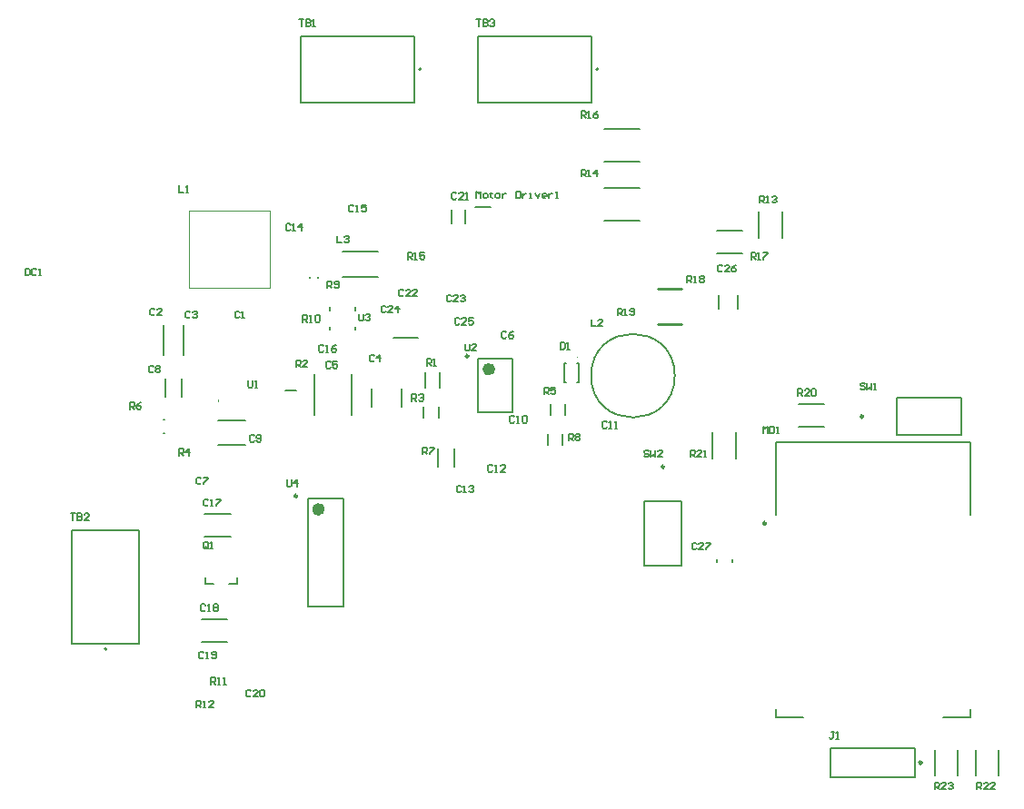
<source format=gbr>
G04*
G04 #@! TF.GenerationSoftware,Altium Limited,Altium Designer,24.9.1 (31)*
G04*
G04 Layer_Color=65535*
%FSLAX44Y44*%
%MOMM*%
G71*
G04*
G04 #@! TF.SameCoordinates,0288D2A1-9ADD-411E-8E8B-FA1067C2B916*
G04*
G04*
G04 #@! TF.FilePolarity,Positive*
G04*
G01*
G75*
%ADD10C,0.2000*%
%ADD11C,0.2500*%
%ADD12C,0.6000*%
%ADD13C,0.1000*%
%ADD14C,0.1270*%
%ADD15C,0.2540*%
D10*
X846500Y1169670D02*
G03*
X846500Y1169670I-1000J0D01*
G01*
X1011600D02*
G03*
X1011600Y1169670I-1000J0D01*
G01*
X1082940Y883920D02*
G03*
X1082940Y883920I-39000J0D01*
G01*
X553450Y628970D02*
G03*
X553450Y628970I-1000J0D01*
G01*
X657640Y859770D02*
G03*
X657640Y860770I0J500D01*
G01*
D02*
G03*
X657640Y859770I0J-500D01*
G01*
D02*
G03*
X657640Y860770I0J500D01*
G01*
X1177370Y754510D02*
Y821660D01*
Y565660D02*
Y572910D01*
X1333270Y565660D02*
X1358370D01*
X1177370D02*
X1202470D01*
X1358370Y754510D02*
Y821660D01*
Y565660D02*
Y572910D01*
X1177370Y821660D02*
X1358370D01*
X1307060Y509540D02*
Y536940D01*
X1227860D02*
X1307060D01*
X1227860Y509540D02*
Y536940D01*
Y509540D02*
X1307060D01*
X875067Y1026196D02*
Y1038823D01*
X887694Y1026196D02*
Y1038823D01*
X896870Y1041100D02*
X911620D01*
X899670Y850030D02*
Y900030D01*
X931670Y850030D02*
Y900030D01*
X899670D02*
X931670D01*
X899670Y850030D02*
X931670D01*
X981090Y846920D02*
Y857420D01*
X967090Y846920D02*
Y857420D01*
X979790Y877460D02*
X981790D01*
X979790Y895460D02*
X981790D01*
X991790Y877460D02*
X993790D01*
X991790Y895460D02*
X993790D01*
X979790Y877460D02*
Y895460D01*
X993790Y877460D02*
Y895460D01*
X1161460Y1012830D02*
Y1036950D01*
X1182960Y1012830D02*
Y1036950D01*
X1141840Y946250D02*
Y958750D01*
X1123840Y946250D02*
Y958750D01*
X1017280Y1083300D02*
X1050280D01*
X1017280Y1113800D02*
X1050280D01*
X1017280Y1028690D02*
X1050280D01*
X1017280Y1059190D02*
X1050280D01*
X1136280Y709790D02*
Y712290D01*
X1121780Y709790D02*
Y712290D01*
X1325290Y511180D02*
Y535300D01*
X1346790Y511180D02*
Y535300D01*
X1363390Y511180D02*
Y535300D01*
X1384890Y511180D02*
Y535300D01*
X1198250Y857840D02*
X1222370D01*
X1198250Y836340D02*
X1222370D01*
X1118280Y807090D02*
Y831210D01*
X1139780Y807090D02*
Y831210D01*
X1122050Y997630D02*
X1146170D01*
X1122050Y1019130D02*
X1146170D01*
X1289530Y863320D02*
X1349530D01*
X1289530Y828320D02*
Y863320D01*
X1349530Y828320D02*
Y863320D01*
X1289530Y828320D02*
X1349530D01*
X750760Y974860D02*
Y975860D01*
X742760Y974860D02*
Y975860D01*
X773409Y999841D02*
X806471D01*
X773409Y976279D02*
X806471D01*
X761430Y926760D02*
Y929460D01*
Y945060D02*
Y947760D01*
X785430Y926760D02*
Y929460D01*
Y945060D02*
Y947760D01*
X641990Y657180D02*
X666110D01*
X641990Y635680D02*
X666110D01*
X667700Y689460D02*
X675000D01*
Y695960D01*
X645800Y689460D02*
X653100D01*
X645800D02*
Y695960D01*
X623450Y863990D02*
Y880990D01*
X608450Y863990D02*
Y880990D01*
X606334Y830680D02*
X607786D01*
X606334Y843180D02*
X607786D01*
X644878Y754970D02*
X668998D01*
X644878Y733470D02*
X668998D01*
X657667Y819330D02*
X682729D01*
X657667Y841830D02*
X682729D01*
X719920Y869950D02*
X730420D01*
X740860Y668320D02*
Y769320D01*
X773860Y668320D02*
Y769320D01*
X740860D02*
X773860D01*
X740860Y668320D02*
X773860D01*
X862588Y799358D02*
Y816082D01*
X877312Y799358D02*
Y816082D01*
X964550Y818980D02*
Y829480D01*
X978550Y818980D02*
Y829480D01*
X1054380Y706600D02*
Y766600D01*
Y706600D02*
X1089380D01*
X1054380Y766600D02*
X1089380D01*
Y706600D02*
Y766600D01*
X747040Y847120D02*
Y885161D01*
X782040Y847120D02*
Y885161D01*
X828101Y855121D02*
Y872079D01*
X800039Y855121D02*
Y872079D01*
X864113Y872748D02*
Y887472D01*
X850387Y872748D02*
Y887472D01*
X862980Y844380D02*
Y854880D01*
X848980Y844380D02*
Y854880D01*
X606889Y903381D02*
Y931502D01*
X625011Y903381D02*
Y931502D01*
X820350Y919480D02*
X843350D01*
D11*
X1167870Y746260D02*
G03*
X1167870Y746260I-1250J0D01*
G01*
X1313210Y523240D02*
G03*
X1313210Y523240I-1250J0D01*
G01*
X890670Y902330D02*
G03*
X890670Y902330I-1250J0D01*
G01*
X1258330Y845820D02*
G03*
X1258330Y845820I-1250J0D01*
G01*
X731110Y771770D02*
G03*
X731110Y771770I-1250J0D01*
G01*
X1073130Y799050D02*
G03*
X1073130Y799050I-1250J0D01*
G01*
D12*
X912670Y890030D02*
G03*
X912670Y890030I-3000J0D01*
G01*
X753860Y759320D02*
G03*
X753860Y759320I-3000J0D01*
G01*
D13*
X992290Y901210D02*
G03*
X992290Y901210I-500J0D01*
G01*
X785930Y951760D02*
G03*
X785930Y951760I-500J0D01*
G01*
X630520Y1038030D02*
X705520D01*
Y966030D02*
Y1038030D01*
X630520Y966030D02*
X705520D01*
X630520D02*
Y1038030D01*
D14*
X840500Y1138670D02*
Y1200670D01*
X734300Y1138670D02*
X840500D01*
X734300D02*
Y1200670D01*
X840500D01*
X1005600Y1138670D02*
Y1200670D01*
X899400Y1138670D02*
X1005600D01*
X899400D02*
Y1200670D01*
X1005600D01*
X521450Y633970D02*
X583450D01*
X521450D02*
Y740170D01*
X583450D01*
Y633970D02*
Y740170D01*
X477520Y983740D02*
Y977392D01*
X480694D01*
X481752Y978450D01*
Y982682D01*
X480694Y983740D01*
X477520D01*
X488100Y982682D02*
X487042Y983740D01*
X484926D01*
X483868Y982682D01*
Y978450D01*
X484926Y977392D01*
X487042D01*
X488100Y978450D01*
X490216Y977392D02*
X492332D01*
X491274D01*
Y983740D01*
X490216Y982682D01*
X685378Y879474D02*
Y874184D01*
X686436Y873126D01*
X688552D01*
X689610Y874184D01*
Y879474D01*
X691726Y873126D02*
X693842D01*
X692784D01*
Y879474D01*
X691726Y878416D01*
X721360Y786890D02*
Y781600D01*
X722418Y780542D01*
X724534D01*
X725592Y781600D01*
Y786890D01*
X730882Y780542D02*
Y786890D01*
X727708Y783716D01*
X731940D01*
X788460Y941704D02*
Y936414D01*
X789518Y935356D01*
X791634D01*
X792692Y936414D01*
Y941704D01*
X794808Y940646D02*
X795866Y941704D01*
X797982D01*
X799040Y940646D01*
Y939588D01*
X797982Y938530D01*
X796924D01*
X797982D01*
X799040Y937472D01*
Y936414D01*
X797982Y935356D01*
X795866D01*
X794808Y936414D01*
X887520Y913764D02*
Y908474D01*
X888578Y907416D01*
X890694D01*
X891752Y908474D01*
Y913764D01*
X898100Y907416D02*
X893868D01*
X898100Y911648D01*
Y912706D01*
X897042Y913764D01*
X894926D01*
X893868Y912706D01*
X519938Y755648D02*
X524170D01*
X522054D01*
Y749300D01*
X526286Y755648D02*
Y749300D01*
X529460D01*
X530518Y750358D01*
Y751416D01*
X529460Y752474D01*
X526286D01*
X529460D01*
X530518Y753532D01*
Y754590D01*
X529460Y755648D01*
X526286D01*
X536866Y749300D02*
X532634D01*
X536866Y753532D01*
Y754590D01*
X535808Y755648D01*
X533692D01*
X532634Y754590D01*
X732790Y1216150D02*
X737022D01*
X734906D01*
Y1209802D01*
X739138Y1216150D02*
Y1209802D01*
X742312D01*
X743370Y1210860D01*
Y1211918D01*
X742312Y1212976D01*
X739138D01*
X742312D01*
X743370Y1214034D01*
Y1215092D01*
X742312Y1216150D01*
X739138D01*
X745486Y1209802D02*
X747602D01*
X746544D01*
Y1216150D01*
X745486Y1215092D01*
X1058586Y813264D02*
X1057528Y814322D01*
X1055412D01*
X1054354Y813264D01*
Y812206D01*
X1055412Y811148D01*
X1057528D01*
X1058586Y810090D01*
Y809032D01*
X1057528Y807974D01*
X1055412D01*
X1054354Y809032D01*
X1060702Y814322D02*
Y807974D01*
X1062818Y810090D01*
X1064934Y807974D01*
Y814322D01*
X1071282Y807974D02*
X1067050D01*
X1071282Y812206D01*
Y813264D01*
X1070224Y814322D01*
X1068108D01*
X1067050Y813264D01*
X1260008Y876256D02*
X1258950Y877314D01*
X1256834D01*
X1255776Y876256D01*
Y875198D01*
X1256834Y874140D01*
X1258950D01*
X1260008Y873082D01*
Y872024D01*
X1258950Y870966D01*
X1256834D01*
X1255776Y872024D01*
X1262124Y877314D02*
Y870966D01*
X1264240Y873082D01*
X1266356Y870966D01*
Y877314D01*
X1268472Y870966D02*
X1270588D01*
X1269530D01*
Y877314D01*
X1268472Y876256D01*
X834075Y992506D02*
Y998854D01*
X837249D01*
X838307Y997796D01*
Y995680D01*
X837249Y994622D01*
X834075D01*
X836191D02*
X838307Y992506D01*
X840423D02*
X842539D01*
X841481D01*
Y998854D01*
X840423Y997796D01*
X849945Y998854D02*
X845713D01*
Y995680D01*
X847829Y996738D01*
X848887D01*
X849945Y995680D01*
Y993564D01*
X848887Y992506D01*
X846771D01*
X845713Y993564D01*
X1161796Y1045210D02*
Y1051558D01*
X1164970D01*
X1166028Y1050500D01*
Y1048384D01*
X1164970Y1047326D01*
X1161796D01*
X1163912D02*
X1166028Y1045210D01*
X1168144D02*
X1170260D01*
X1169202D01*
Y1051558D01*
X1168144Y1050500D01*
X1173434D02*
X1174492Y1051558D01*
X1176608D01*
X1177666Y1050500D01*
Y1049442D01*
X1176608Y1048384D01*
X1175550D01*
X1176608D01*
X1177666Y1047326D01*
Y1046268D01*
X1176608Y1045210D01*
X1174492D01*
X1173434Y1046268D01*
X1154115Y992506D02*
Y998854D01*
X1157289D01*
X1158347Y997796D01*
Y995680D01*
X1157289Y994622D01*
X1154115D01*
X1156231D02*
X1158347Y992506D01*
X1160463D02*
X1162579D01*
X1161521D01*
Y998854D01*
X1160463Y997796D01*
X1165753Y998854D02*
X1169985D01*
Y997796D01*
X1165753Y993564D01*
Y992506D01*
X1325036Y498476D02*
Y504824D01*
X1328210D01*
X1329268Y503766D01*
Y501650D01*
X1328210Y500592D01*
X1325036D01*
X1327152D02*
X1329268Y498476D01*
X1335616D02*
X1331384D01*
X1335616Y502708D01*
Y503766D01*
X1334558Y504824D01*
X1332442D01*
X1331384Y503766D01*
X1337732D02*
X1338790Y504824D01*
X1340906D01*
X1341964Y503766D01*
Y502708D01*
X1340906Y501650D01*
X1339848D01*
X1340906D01*
X1341964Y500592D01*
Y499534D01*
X1340906Y498476D01*
X1338790D01*
X1337732Y499534D01*
X1364406Y498476D02*
Y504824D01*
X1367580D01*
X1368638Y503766D01*
Y501650D01*
X1367580Y500592D01*
X1364406D01*
X1366522D02*
X1368638Y498476D01*
X1374986D02*
X1370754D01*
X1374986Y502708D01*
Y503766D01*
X1373928Y504824D01*
X1371812D01*
X1370754Y503766D01*
X1381334Y498476D02*
X1377102D01*
X1381334Y502708D01*
Y503766D01*
X1380276Y504824D01*
X1378160D01*
X1377102Y503766D01*
X1097494Y808356D02*
Y814704D01*
X1100668D01*
X1101726Y813646D01*
Y811530D01*
X1100668Y810472D01*
X1097494D01*
X1099610D02*
X1101726Y808356D01*
X1108074D02*
X1103842D01*
X1108074Y812588D01*
Y813646D01*
X1107016Y814704D01*
X1104900D01*
X1103842Y813646D01*
X1110190Y808356D02*
X1112306D01*
X1111248D01*
Y814704D01*
X1110190Y813646D01*
X1197610Y865124D02*
Y871472D01*
X1200784D01*
X1201842Y870414D01*
Y868298D01*
X1200784Y867240D01*
X1197610D01*
X1199726D02*
X1201842Y865124D01*
X1208190D02*
X1203958D01*
X1208190Y869356D01*
Y870414D01*
X1207132Y871472D01*
X1205016D01*
X1203958Y870414D01*
X1210306D02*
X1211364Y871472D01*
X1213480D01*
X1214538Y870414D01*
Y866182D01*
X1213480Y865124D01*
X1211364D01*
X1210306Y866182D01*
Y870414D01*
X995680Y1124204D02*
Y1130552D01*
X998854D01*
X999912Y1129494D01*
Y1127378D01*
X998854Y1126320D01*
X995680D01*
X997796D02*
X999912Y1124204D01*
X1002028D02*
X1004144D01*
X1003086D01*
Y1130552D01*
X1002028Y1129494D01*
X1011550Y1130552D02*
X1009434Y1129494D01*
X1007318Y1127378D01*
Y1125262D01*
X1008376Y1124204D01*
X1010492D01*
X1011550Y1125262D01*
Y1126320D01*
X1010492Y1127378D01*
X1007318D01*
X995680Y1069594D02*
Y1075942D01*
X998854D01*
X999912Y1074884D01*
Y1072768D01*
X998854Y1071710D01*
X995680D01*
X997796D02*
X999912Y1069594D01*
X1002028D02*
X1004144D01*
X1003086D01*
Y1075942D01*
X1002028Y1074884D01*
X1010492Y1069594D02*
Y1075942D01*
X1007318Y1072768D01*
X1011550D01*
X637286Y574548D02*
Y580896D01*
X640460D01*
X641518Y579838D01*
Y577722D01*
X640460Y576664D01*
X637286D01*
X639402D02*
X641518Y574548D01*
X643634D02*
X645750D01*
X644692D01*
Y580896D01*
X643634Y579838D01*
X653156Y574548D02*
X648924D01*
X653156Y578780D01*
Y579838D01*
X652098Y580896D01*
X649982D01*
X648924Y579838D01*
X650983Y596266D02*
Y602614D01*
X654157D01*
X655215Y601556D01*
Y599440D01*
X654157Y598382D01*
X650983D01*
X653099D02*
X655215Y596266D01*
X657331D02*
X659447D01*
X658389D01*
Y602614D01*
X657331Y601556D01*
X662621Y596266D02*
X664737D01*
X663679D01*
Y602614D01*
X662621Y601556D01*
X736285Y934086D02*
Y940434D01*
X739459D01*
X740517Y939376D01*
Y937260D01*
X739459Y936202D01*
X736285D01*
X738401D02*
X740517Y934086D01*
X742633D02*
X744749D01*
X743691D01*
Y940434D01*
X742633Y939376D01*
X747923D02*
X748981Y940434D01*
X751097D01*
X752155Y939376D01*
Y935144D01*
X751097Y934086D01*
X748981D01*
X747923Y935144D01*
Y939376D01*
X759250Y965836D02*
Y972184D01*
X762424D01*
X763482Y971126D01*
Y969010D01*
X762424Y967952D01*
X759250D01*
X761366D02*
X763482Y965836D01*
X765598Y966894D02*
X766656Y965836D01*
X768772D01*
X769830Y966894D01*
Y971126D01*
X768772Y972184D01*
X766656D01*
X765598Y971126D01*
Y970068D01*
X766656Y969010D01*
X769830D01*
X984040Y823596D02*
Y829944D01*
X987214D01*
X988272Y828886D01*
Y826770D01*
X987214Y825712D01*
X984040D01*
X986156D02*
X988272Y823596D01*
X990388Y828886D02*
X991446Y829944D01*
X993562D01*
X994620Y828886D01*
Y827828D01*
X993562Y826770D01*
X994620Y825712D01*
Y824654D01*
X993562Y823596D01*
X991446D01*
X990388Y824654D01*
Y825712D01*
X991446Y826770D01*
X990388Y827828D01*
Y828886D01*
X991446Y826770D02*
X993562D01*
X848150Y810896D02*
Y817244D01*
X851324D01*
X852382Y816186D01*
Y814070D01*
X851324Y813012D01*
X848150D01*
X850266D02*
X852382Y810896D01*
X854498Y817244D02*
X858730D01*
Y816186D01*
X854498Y811954D01*
Y810896D01*
X575100Y852806D02*
Y859154D01*
X578274D01*
X579332Y858096D01*
Y855980D01*
X578274Y854922D01*
X575100D01*
X577216D02*
X579332Y852806D01*
X585680Y859154D02*
X583564Y858096D01*
X581448Y855980D01*
Y853864D01*
X582506Y852806D01*
X584622D01*
X585680Y853864D01*
Y854922D01*
X584622Y855980D01*
X581448D01*
X961180Y866776D02*
Y873124D01*
X964354D01*
X965412Y872066D01*
Y869950D01*
X964354Y868892D01*
X961180D01*
X963296D02*
X965412Y866776D01*
X971760Y873124D02*
X967528D01*
Y869950D01*
X969644Y871008D01*
X970702D01*
X971760Y869950D01*
Y867834D01*
X970702Y866776D01*
X968586D01*
X967528Y867834D01*
X620820Y809626D02*
Y815974D01*
X623994D01*
X625052Y814916D01*
Y812800D01*
X623994Y811742D01*
X620820D01*
X622936D02*
X625052Y809626D01*
X630342D02*
Y815974D01*
X627168Y812800D01*
X631400D01*
X837990Y860426D02*
Y866774D01*
X841164D01*
X842222Y865716D01*
Y863600D01*
X841164Y862542D01*
X837990D01*
X840106D02*
X842222Y860426D01*
X844338Y865716D02*
X845396Y866774D01*
X847512D01*
X848570Y865716D01*
Y864658D01*
X847512Y863600D01*
X846454D01*
X847512D01*
X848570Y862542D01*
Y861484D01*
X847512Y860426D01*
X845396D01*
X844338Y861484D01*
X730040Y892176D02*
Y898524D01*
X733214D01*
X734272Y897466D01*
Y895350D01*
X733214Y894292D01*
X730040D01*
X732156D02*
X734272Y892176D01*
X740620D02*
X736388D01*
X740620Y896408D01*
Y897466D01*
X739562Y898524D01*
X737446D01*
X736388Y897466D01*
X851748Y893446D02*
Y899794D01*
X854922D01*
X855980Y898736D01*
Y896620D01*
X854922Y895562D01*
X851748D01*
X853864D02*
X855980Y893446D01*
X858096D02*
X860212D01*
X859154D01*
Y899794D01*
X858096Y898736D01*
X647868Y723688D02*
Y727920D01*
X646810Y728978D01*
X644694D01*
X643636Y727920D01*
Y723688D01*
X644694Y722630D01*
X646810D01*
X645752Y724746D02*
X647868Y722630D01*
X646810D02*
X647868Y723688D01*
X649984Y722630D02*
X652100D01*
X651042D01*
Y728978D01*
X649984Y727920D01*
X897902Y1049656D02*
Y1056004D01*
X900018Y1053888D01*
X902134Y1056004D01*
Y1049656D01*
X905308D02*
X907424D01*
X908482Y1050714D01*
Y1052830D01*
X907424Y1053888D01*
X905308D01*
X904250Y1052830D01*
Y1050714D01*
X905308Y1049656D01*
X911656Y1054946D02*
Y1053888D01*
X910598D01*
X912714D01*
X911656D01*
Y1050714D01*
X912714Y1049656D01*
X916946D02*
X919062D01*
X920120Y1050714D01*
Y1052830D01*
X919062Y1053888D01*
X916946D01*
X915888Y1052830D01*
Y1050714D01*
X916946Y1049656D01*
X922236Y1053888D02*
Y1049656D01*
Y1051772D01*
X923294Y1052830D01*
X924352Y1053888D01*
X925410D01*
X934932Y1056004D02*
Y1049656D01*
X938106D01*
X939164Y1050714D01*
Y1054946D01*
X938106Y1056004D01*
X934932D01*
X941280Y1053888D02*
Y1049656D01*
Y1051772D01*
X942338Y1052830D01*
X943396Y1053888D01*
X944454D01*
X947628Y1049656D02*
X949744D01*
X948686D01*
Y1053888D01*
X947628D01*
X952918D02*
X955034Y1049656D01*
X957150Y1053888D01*
X962440Y1049656D02*
X960324D01*
X959266Y1050714D01*
Y1052830D01*
X960324Y1053888D01*
X962440D01*
X963498Y1052830D01*
Y1051772D01*
X959266D01*
X965614Y1053888D02*
Y1049656D01*
Y1051772D01*
X966672Y1052830D01*
X967730Y1053888D01*
X968788D01*
X971962Y1049656D02*
X974078D01*
X973020D01*
Y1056004D01*
X971962Y1054946D01*
X897890Y1216150D02*
X902122D01*
X900006D01*
Y1209802D01*
X904238Y1216150D02*
Y1209802D01*
X907412D01*
X908470Y1210860D01*
Y1211918D01*
X907412Y1212976D01*
X904238D01*
X907412D01*
X908470Y1214034D01*
Y1215092D01*
X907412Y1216150D01*
X904238D01*
X910586Y1215092D02*
X911644Y1216150D01*
X913760D01*
X914818Y1215092D01*
Y1214034D01*
X913760Y1212976D01*
X912702D01*
X913760D01*
X914818Y1211918D01*
Y1210860D01*
X913760Y1209802D01*
X911644D01*
X910586Y1210860D01*
X1165352Y830072D02*
Y836420D01*
X1167468Y834304D01*
X1169584Y836420D01*
Y830072D01*
X1171700Y836420D02*
Y830072D01*
X1174874D01*
X1175932Y831130D01*
Y835362D01*
X1174874Y836420D01*
X1171700D01*
X1178048Y830072D02*
X1180164D01*
X1179106D01*
Y836420D01*
X1178048Y835362D01*
X768604Y1014474D02*
Y1008126D01*
X772836D01*
X774952Y1013416D02*
X776010Y1014474D01*
X778126D01*
X779184Y1013416D01*
Y1012358D01*
X778126Y1011300D01*
X777068D01*
X778126D01*
X779184Y1010242D01*
Y1009184D01*
X778126Y1008126D01*
X776010D01*
X774952Y1009184D01*
X1005332Y936496D02*
Y930148D01*
X1009564D01*
X1015912D02*
X1011680D01*
X1015912Y934380D01*
Y935438D01*
X1014854Y936496D01*
X1012738D01*
X1011680Y935438D01*
X621284Y1061210D02*
Y1054862D01*
X625516D01*
X627632D02*
X629748D01*
X628690D01*
Y1061210D01*
X627632Y1060152D01*
X1231306Y551686D02*
X1229190D01*
X1230248D01*
Y546396D01*
X1229190Y545338D01*
X1228132D01*
X1227074Y546396D01*
X1233422Y545338D02*
X1235538D01*
X1234480D01*
Y551686D01*
X1233422Y550628D01*
X976208Y915034D02*
Y908686D01*
X979382D01*
X980440Y909744D01*
Y913976D01*
X979382Y915034D01*
X976208D01*
X982556Y908686D02*
X984672D01*
X983614D01*
Y915034D01*
X982556Y913976D01*
X813648Y948266D02*
X812590Y949324D01*
X810474D01*
X809416Y948266D01*
Y944034D01*
X810474Y942976D01*
X812590D01*
X813648Y944034D01*
X819996Y942976D02*
X815764D01*
X819996Y947208D01*
Y948266D01*
X818938Y949324D01*
X816822D01*
X815764Y948266D01*
X825286Y942976D02*
Y949324D01*
X822112Y946150D01*
X826344D01*
X882228Y936836D02*
X881170Y937894D01*
X879054D01*
X877996Y936836D01*
Y932604D01*
X879054Y931546D01*
X881170D01*
X882228Y932604D01*
X888576Y931546D02*
X884344D01*
X888576Y935778D01*
Y936836D01*
X887518Y937894D01*
X885402D01*
X884344Y936836D01*
X894924Y937894D02*
X890692D01*
Y934720D01*
X892808Y935778D01*
X893866D01*
X894924Y934720D01*
Y932604D01*
X893866Y931546D01*
X891750D01*
X890692Y932604D01*
X874608Y958426D02*
X873550Y959484D01*
X871434D01*
X870376Y958426D01*
Y954194D01*
X871434Y953136D01*
X873550D01*
X874608Y954194D01*
X880956Y953136D02*
X876724D01*
X880956Y957368D01*
Y958426D01*
X879898Y959484D01*
X877782D01*
X876724Y958426D01*
X883072D02*
X884130Y959484D01*
X886246D01*
X887304Y958426D01*
Y957368D01*
X886246Y956310D01*
X885188D01*
X886246D01*
X887304Y955252D01*
Y954194D01*
X886246Y953136D01*
X884130D01*
X883072Y954194D01*
X830158Y963506D02*
X829100Y964564D01*
X826984D01*
X825926Y963506D01*
Y959274D01*
X826984Y958216D01*
X829100D01*
X830158Y959274D01*
X836506Y958216D02*
X832274D01*
X836506Y962448D01*
Y963506D01*
X835448Y964564D01*
X833332D01*
X832274Y963506D01*
X842854Y958216D02*
X838622D01*
X842854Y962448D01*
Y963506D01*
X841796Y964564D01*
X839680D01*
X838622Y963506D01*
X879476Y1053676D02*
X878418Y1054734D01*
X876302D01*
X875244Y1053676D01*
Y1049444D01*
X876302Y1048386D01*
X878418D01*
X879476Y1049444D01*
X885824Y1048386D02*
X881592D01*
X885824Y1052618D01*
Y1053676D01*
X884766Y1054734D01*
X882650D01*
X881592Y1053676D01*
X887940Y1048386D02*
X890056D01*
X888998D01*
Y1054734D01*
X887940Y1053676D01*
X1127420Y986238D02*
X1126362Y987296D01*
X1124246D01*
X1123188Y986238D01*
Y982006D01*
X1124246Y980948D01*
X1126362D01*
X1127420Y982006D01*
X1133768Y980948D02*
X1129536D01*
X1133768Y985180D01*
Y986238D01*
X1132710Y987296D01*
X1130594D01*
X1129536Y986238D01*
X1140116Y987296D02*
X1138000Y986238D01*
X1135884Y984122D01*
Y982006D01*
X1136942Y980948D01*
X1139058D01*
X1140116Y982006D01*
Y983064D01*
X1139058Y984122D01*
X1135884D01*
X1103208Y727126D02*
X1102150Y728184D01*
X1100034D01*
X1098976Y727126D01*
Y722894D01*
X1100034Y721836D01*
X1102150D01*
X1103208Y722894D01*
X1109556Y721836D02*
X1105324D01*
X1109556Y726068D01*
Y727126D01*
X1108498Y728184D01*
X1106382D01*
X1105324Y727126D01*
X1111672Y728184D02*
X1115904D01*
Y727126D01*
X1111672Y722894D01*
Y721836D01*
X687918Y590126D02*
X686860Y591184D01*
X684744D01*
X683686Y590126D01*
Y585894D01*
X684744Y584836D01*
X686860D01*
X687918Y585894D01*
X694266Y584836D02*
X690034D01*
X694266Y589068D01*
Y590126D01*
X693208Y591184D01*
X691092D01*
X690034Y590126D01*
X696382D02*
X697440Y591184D01*
X699556D01*
X700614Y590126D01*
Y585894D01*
X699556Y584836D01*
X697440D01*
X696382Y585894D01*
Y590126D01*
X643997Y625686D02*
X642939Y626744D01*
X640823D01*
X639765Y625686D01*
Y621454D01*
X640823Y620396D01*
X642939D01*
X643997Y621454D01*
X646113Y620396D02*
X648229D01*
X647171D01*
Y626744D01*
X646113Y625686D01*
X651403Y621454D02*
X652461Y620396D01*
X654577D01*
X655635Y621454D01*
Y625686D01*
X654577Y626744D01*
X652461D01*
X651403Y625686D01*
Y624628D01*
X652461Y623570D01*
X655635D01*
X645582Y669754D02*
X644524Y670812D01*
X642408D01*
X641350Y669754D01*
Y665522D01*
X642408Y664464D01*
X644524D01*
X645582Y665522D01*
X647698Y664464D02*
X649814D01*
X648756D01*
Y670812D01*
X647698Y669754D01*
X652988D02*
X654046Y670812D01*
X656162D01*
X657220Y669754D01*
Y668696D01*
X656162Y667638D01*
X657220Y666580D01*
Y665522D01*
X656162Y664464D01*
X654046D01*
X652988Y665522D01*
Y666580D01*
X654046Y667638D01*
X652988Y668696D01*
Y669754D01*
X654046Y667638D02*
X656162D01*
X648376Y767544D02*
X647318Y768602D01*
X645202D01*
X644144Y767544D01*
Y763312D01*
X645202Y762254D01*
X647318D01*
X648376Y763312D01*
X650492Y762254D02*
X652608D01*
X651550D01*
Y768602D01*
X650492Y767544D01*
X655782Y768602D02*
X660014D01*
Y767544D01*
X655782Y763312D01*
Y762254D01*
X755757Y911436D02*
X754699Y912494D01*
X752583D01*
X751525Y911436D01*
Y907204D01*
X752583Y906146D01*
X754699D01*
X755757Y907204D01*
X757873Y906146D02*
X759989D01*
X758931D01*
Y912494D01*
X757873Y911436D01*
X767395Y912494D02*
X765279Y911436D01*
X763163Y909320D01*
Y907204D01*
X764221Y906146D01*
X766337D01*
X767395Y907204D01*
Y908262D01*
X766337Y909320D01*
X763163D01*
X783697Y1042246D02*
X782639Y1043304D01*
X780523D01*
X779465Y1042246D01*
Y1038014D01*
X780523Y1036956D01*
X782639D01*
X783697Y1038014D01*
X785813Y1036956D02*
X787929D01*
X786871D01*
Y1043304D01*
X785813Y1042246D01*
X795335Y1043304D02*
X791103D01*
Y1040130D01*
X793219Y1041188D01*
X794277D01*
X795335Y1040130D01*
Y1038014D01*
X794277Y1036956D01*
X792161D01*
X791103Y1038014D01*
X724830Y1024592D02*
X723772Y1025650D01*
X721656D01*
X720598Y1024592D01*
Y1020360D01*
X721656Y1019302D01*
X723772D01*
X724830Y1020360D01*
X726946Y1019302D02*
X729062D01*
X728004D01*
Y1025650D01*
X726946Y1024592D01*
X735410Y1019302D02*
Y1025650D01*
X732236Y1022476D01*
X736468D01*
X884027Y780626D02*
X882969Y781684D01*
X880853D01*
X879795Y780626D01*
Y776394D01*
X880853Y775336D01*
X882969D01*
X884027Y776394D01*
X886143Y775336D02*
X888259D01*
X887201D01*
Y781684D01*
X886143Y780626D01*
X891433D02*
X892491Y781684D01*
X894607D01*
X895665Y780626D01*
Y779568D01*
X894607Y778510D01*
X893549D01*
X894607D01*
X895665Y777452D01*
Y776394D01*
X894607Y775336D01*
X892491D01*
X891433Y776394D01*
X913237Y799676D02*
X912179Y800734D01*
X910063D01*
X909005Y799676D01*
Y795444D01*
X910063Y794386D01*
X912179D01*
X913237Y795444D01*
X915353Y794386D02*
X917469D01*
X916411D01*
Y800734D01*
X915353Y799676D01*
X924875Y794386D02*
X920643D01*
X924875Y798618D01*
Y799676D01*
X923817Y800734D01*
X921701D01*
X920643Y799676D01*
X1019705Y840316D02*
X1018647Y841374D01*
X1016531D01*
X1015473Y840316D01*
Y836084D01*
X1016531Y835026D01*
X1018647D01*
X1019705Y836084D01*
X1021821Y835026D02*
X1023937D01*
X1022879D01*
Y841374D01*
X1021821Y840316D01*
X1027111Y835026D02*
X1029227D01*
X1028169D01*
Y841374D01*
X1027111Y840316D01*
X933557Y845396D02*
X932499Y846454D01*
X930383D01*
X929325Y845396D01*
Y841164D01*
X930383Y840106D01*
X932499D01*
X933557Y841164D01*
X935673Y840106D02*
X937789D01*
X936731D01*
Y846454D01*
X935673Y845396D01*
X940963D02*
X942021Y846454D01*
X944137D01*
X945195Y845396D01*
Y841164D01*
X944137Y840106D01*
X942021D01*
X940963Y841164D01*
Y845396D01*
X691092Y827616D02*
X690034Y828674D01*
X687918D01*
X686860Y827616D01*
Y823384D01*
X687918Y822326D01*
X690034D01*
X691092Y823384D01*
X693208D02*
X694266Y822326D01*
X696382D01*
X697440Y823384D01*
Y827616D01*
X696382Y828674D01*
X694266D01*
X693208Y827616D01*
Y826558D01*
X694266Y825500D01*
X697440D01*
X597112Y892386D02*
X596054Y893444D01*
X593938D01*
X592880Y892386D01*
Y888154D01*
X593938Y887096D01*
X596054D01*
X597112Y888154D01*
X599228Y892386D02*
X600286Y893444D01*
X602402D01*
X603460Y892386D01*
Y891328D01*
X602402Y890270D01*
X603460Y889212D01*
Y888154D01*
X602402Y887096D01*
X600286D01*
X599228Y888154D01*
Y889212D01*
X600286Y890270D01*
X599228Y891328D01*
Y892386D01*
X600286Y890270D02*
X602402D01*
X641562Y788246D02*
X640504Y789304D01*
X638388D01*
X637330Y788246D01*
Y784014D01*
X638388Y782956D01*
X640504D01*
X641562Y784014D01*
X643678Y789304D02*
X647910D01*
Y788246D01*
X643678Y784014D01*
Y782956D01*
X926042Y924136D02*
X924984Y925194D01*
X922868D01*
X921810Y924136D01*
Y919904D01*
X922868Y918846D01*
X924984D01*
X926042Y919904D01*
X932390Y925194D02*
X930274Y924136D01*
X928158Y922020D01*
Y919904D01*
X929216Y918846D01*
X931332D01*
X932390Y919904D01*
Y920962D01*
X931332Y922020D01*
X928158D01*
X762212Y896196D02*
X761154Y897254D01*
X759038D01*
X757980Y896196D01*
Y891964D01*
X759038Y890906D01*
X761154D01*
X762212Y891964D01*
X768560Y897254D02*
X764328D01*
Y894080D01*
X766444Y895138D01*
X767502D01*
X768560Y894080D01*
Y891964D01*
X767502Y890906D01*
X765386D01*
X764328Y891964D01*
X802852Y902546D02*
X801794Y903604D01*
X799678D01*
X798620Y902546D01*
Y898314D01*
X799678Y897256D01*
X801794D01*
X802852Y898314D01*
X808142Y897256D02*
Y903604D01*
X804968Y900430D01*
X809200D01*
X631402Y943186D02*
X630344Y944244D01*
X628228D01*
X627170Y943186D01*
Y938954D01*
X628228Y937896D01*
X630344D01*
X631402Y938954D01*
X633518Y943186D02*
X634576Y944244D01*
X636692D01*
X637750Y943186D01*
Y942128D01*
X636692Y941070D01*
X635634D01*
X636692D01*
X637750Y940012D01*
Y938954D01*
X636692Y937896D01*
X634576D01*
X633518Y938954D01*
X598382Y945726D02*
X597324Y946784D01*
X595208D01*
X594150Y945726D01*
Y941494D01*
X595208Y940436D01*
X597324D01*
X598382Y941494D01*
X604730Y940436D02*
X600498D01*
X604730Y944668D01*
Y945726D01*
X603672Y946784D01*
X601556D01*
X600498Y945726D01*
X677332Y943058D02*
X676274Y944116D01*
X674158D01*
X673100Y943058D01*
Y938826D01*
X674158Y937768D01*
X676274D01*
X677332Y938826D01*
X679448Y937768D02*
X681564D01*
X680506D01*
Y944116D01*
X679448Y943058D01*
X1029655Y940436D02*
Y946784D01*
X1032829D01*
X1033887Y945726D01*
Y943610D01*
X1032829Y942552D01*
X1029655D01*
X1031771D02*
X1033887Y940436D01*
X1036003D02*
X1038119D01*
X1037061D01*
Y946784D01*
X1036003Y945726D01*
X1041293Y941494D02*
X1042351Y940436D01*
X1044467D01*
X1045525Y941494D01*
Y945726D01*
X1044467Y946784D01*
X1042351D01*
X1041293Y945726D01*
Y944668D01*
X1042351Y943610D01*
X1045525D01*
X1094425Y970916D02*
Y977264D01*
X1097599D01*
X1098657Y976206D01*
Y974090D01*
X1097599Y973032D01*
X1094425D01*
X1096541D02*
X1098657Y970916D01*
X1100773D02*
X1102889D01*
X1101831D01*
Y977264D01*
X1100773Y976206D01*
X1106063D02*
X1107121Y977264D01*
X1109237D01*
X1110295Y976206D01*
Y975148D01*
X1109237Y974090D01*
X1110295Y973032D01*
Y971974D01*
X1109237Y970916D01*
X1107121D01*
X1106063Y971974D01*
Y973032D01*
X1107121Y974090D01*
X1106063Y975148D01*
Y976206D01*
X1107121Y974090D02*
X1109237D01*
D15*
X1067320Y965040D02*
X1088910D01*
X1067320Y932340D02*
X1088910D01*
M02*

</source>
